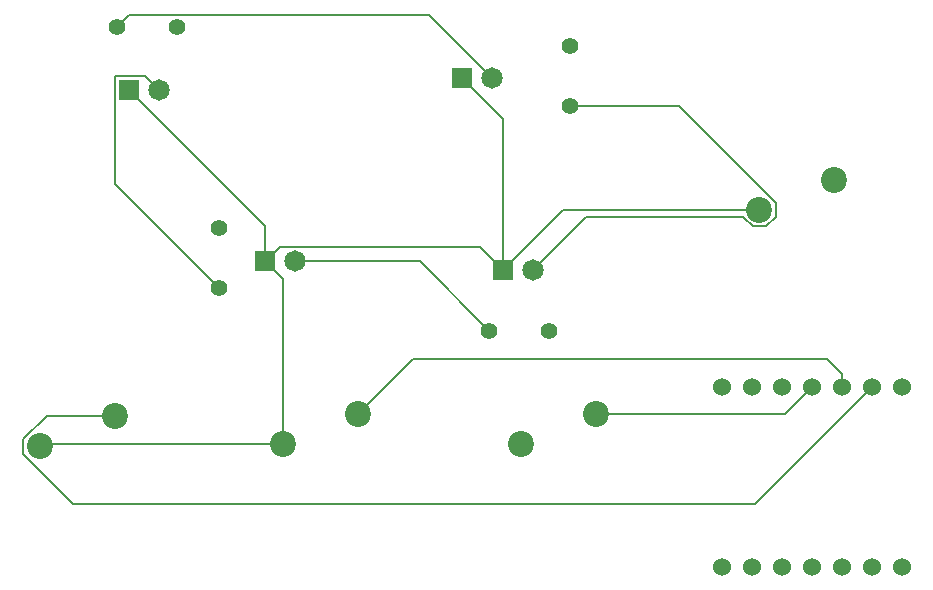
<source format=gbr>
%TF.GenerationSoftware,KiCad,Pcbnew,9.0.2*%
%TF.CreationDate,2025-06-28T19:08:21-05:00*%
%TF.ProjectId,pioneer,70696f6e-6565-4722-9e6b-696361645f70,rev?*%
%TF.SameCoordinates,Original*%
%TF.FileFunction,Copper,L2,Bot*%
%TF.FilePolarity,Positive*%
%FSLAX46Y46*%
G04 Gerber Fmt 4.6, Leading zero omitted, Abs format (unit mm)*
G04 Created by KiCad (PCBNEW 9.0.2) date 2025-06-28 19:08:21*
%MOMM*%
%LPD*%
G01*
G04 APERTURE LIST*
%TA.AperFunction,ComponentPad*%
%ADD10C,1.815000*%
%TD*%
%TA.AperFunction,ComponentPad*%
%ADD11R,1.815000X1.815000*%
%TD*%
%TA.AperFunction,ComponentPad*%
%ADD12C,2.200000*%
%TD*%
%TA.AperFunction,ComponentPad*%
%ADD13C,1.400000*%
%TD*%
%TA.AperFunction,ComponentPad*%
%ADD14C,1.524000*%
%TD*%
%TA.AperFunction,Conductor*%
%ADD15C,0.200000*%
%TD*%
G04 APERTURE END LIST*
D10*
%TO.P,D2,A*%
%TO.N,Net-(D2-PadA)*%
X52200428Y-100240000D03*
D11*
%TO.P,D2,C*%
%TO.N,GND*%
X49660428Y-100240000D03*
%TD*%
D12*
%TO.P,SW4,1,1*%
%TO.N,button4*%
X89190000Y-127700000D03*
%TO.P,SW4,2,2*%
%TO.N,GND*%
X82840000Y-130240000D03*
%TD*%
D13*
%TO.P,R2,1*%
%TO.N,Net-(D1-PadA)*%
X48600000Y-94870000D03*
%TO.P,R2,2*%
%TO.N,LED2*%
X53680000Y-94870000D03*
%TD*%
D10*
%TO.P,D5,A*%
%TO.N,Net-(D5-PadA)*%
X83820428Y-115470000D03*
D11*
%TO.P,D5,C*%
%TO.N,GND*%
X81280428Y-115470000D03*
%TD*%
D13*
%TO.P,R3,1*%
%TO.N,Net-(D2-PadA)*%
X57240000Y-116990000D03*
%TO.P,R3,2*%
%TO.N,LED3*%
X57240000Y-111910000D03*
%TD*%
%TO.P,R1,1*%
%TO.N,Net-(D5-PadA)*%
X86960000Y-101620000D03*
%TO.P,R1,2*%
%TO.N,LED1*%
X86960000Y-96540000D03*
%TD*%
D12*
%TO.P,SW1,1,1*%
%TO.N,button1*%
X109360000Y-107830000D03*
%TO.P,SW1,2,2*%
%TO.N,GND*%
X103010000Y-110370000D03*
%TD*%
%TO.P,SW2,1,1*%
%TO.N,button2*%
X48450000Y-127840000D03*
%TO.P,SW2,2,2*%
%TO.N,GND*%
X42100000Y-130380000D03*
%TD*%
D10*
%TO.P,D1,A*%
%TO.N,Net-(D1-PadA)*%
X80370000Y-99220000D03*
D11*
%TO.P,D1,C*%
%TO.N,GND*%
X77830000Y-99220000D03*
%TD*%
D10*
%TO.P,D3,A*%
%TO.N,Net-(D3-PadA)*%
X63730000Y-114740000D03*
D11*
%TO.P,D3,C*%
%TO.N,GND*%
X61190000Y-114740000D03*
%TD*%
D14*
%TO.P,U1,1,GPIO26/ADC0/A0*%
%TO.N,button1*%
X115090000Y-125380000D03*
%TO.P,U1,2,GPIO27/ADC1/A1*%
%TO.N,button2*%
X112550000Y-125380000D03*
%TO.P,U1,3,GPIO28/ADC2/A2*%
%TO.N,button3*%
X110010000Y-125380000D03*
%TO.P,U1,4,GPIO29/ADC3/A3*%
%TO.N,button4*%
X107470000Y-125380000D03*
%TO.P,U1,5,GPIO6/SDA*%
%TO.N,unconnected-(U1-GPIO6{slash}SDA-Pad5)*%
X104930000Y-125380000D03*
%TO.P,U1,6,GPIO7/SCL*%
%TO.N,unconnected-(U1-GPIO7{slash}SCL-Pad6)*%
X102390000Y-125380000D03*
%TO.P,U1,7,GPIO0/TX*%
%TO.N,unconnected-(U1-GPIO0{slash}TX-Pad7)*%
X99850000Y-125380000D03*
%TO.P,U1,8,GPIO1/RX*%
%TO.N,LED4*%
X99850000Y-140620000D03*
%TO.P,U1,9,GPIO2/SCK*%
%TO.N,LED3*%
X102390000Y-140620000D03*
%TO.P,U1,10,GPIO4/MISO*%
%TO.N,LED2*%
X104930000Y-140620000D03*
%TO.P,U1,11,GPIO3/MOSI*%
%TO.N,LED1*%
X107470000Y-140620000D03*
%TO.P,U1,12,3V3*%
%TO.N,unconnected-(U1-3V3-Pad12)*%
X110010000Y-140620000D03*
%TO.P,U1,13,GND*%
%TO.N,GND*%
X112550000Y-140620000D03*
%TO.P,U1,14,VBUS*%
%TO.N,unconnected-(U1-VBUS-Pad14)*%
X115090000Y-140620000D03*
%TD*%
D13*
%TO.P,R4,1*%
%TO.N,Net-(D3-PadA)*%
X80110000Y-120610000D03*
%TO.P,R4,2*%
%TO.N,LED4*%
X85190000Y-120610000D03*
%TD*%
D12*
%TO.P,SW3,1,1*%
%TO.N,button3*%
X69040000Y-127700000D03*
%TO.P,SW3,2,2*%
%TO.N,GND*%
X62690000Y-130240000D03*
%TD*%
D15*
%TO.N,GND*%
X61190000Y-114740000D02*
X61190000Y-111769572D01*
X62690000Y-116240000D02*
X61190000Y-114740000D01*
X61190000Y-114740000D02*
X62398500Y-113531500D01*
X61190000Y-111769572D02*
X49660428Y-100240000D01*
X62690000Y-130240000D02*
X62690000Y-116240000D01*
X81280428Y-115470000D02*
X86380428Y-110370000D01*
X62398500Y-113531500D02*
X79341928Y-113531500D01*
X42240000Y-130240000D02*
X42100000Y-130380000D01*
X79341928Y-113531500D02*
X81280428Y-115470000D01*
X86380428Y-110370000D02*
X103010000Y-110370000D01*
X81280428Y-102670428D02*
X77830000Y-99220000D01*
X62690000Y-130240000D02*
X42240000Y-130240000D01*
X81280428Y-115470000D02*
X81280428Y-102670428D01*
%TO.N,Net-(D1-PadA)*%
X49601000Y-93869000D02*
X75019000Y-93869000D01*
X75019000Y-93869000D02*
X80370000Y-99220000D01*
X48600000Y-94870000D02*
X49601000Y-93869000D01*
%TO.N,Net-(D2-PadA)*%
X57240000Y-116990000D02*
X48451928Y-108201928D01*
X48451928Y-99031500D02*
X50991928Y-99031500D01*
X48451928Y-108201928D02*
X48451928Y-99031500D01*
X50991928Y-99031500D02*
X52200428Y-100240000D01*
%TO.N,Net-(D3-PadA)*%
X63730000Y-114740000D02*
X74240000Y-114740000D01*
X74240000Y-114740000D02*
X80110000Y-120610000D01*
%TO.N,Net-(D5-PadA)*%
X104411000Y-109789686D02*
X96241314Y-101620000D01*
X101609000Y-110950314D02*
X102429686Y-111771000D01*
X103590314Y-111771000D02*
X104411000Y-110950314D01*
X96241314Y-101620000D02*
X86960000Y-101620000D01*
X83820428Y-115470000D02*
X88340114Y-110950314D01*
X104411000Y-110950314D02*
X104411000Y-109789686D01*
X102429686Y-111771000D02*
X103590314Y-111771000D01*
X88340114Y-110950314D02*
X101609000Y-110950314D01*
%TO.N,button2*%
X44936184Y-135271000D02*
X40699000Y-131033816D01*
X40699000Y-129799686D02*
X42658686Y-127840000D01*
X112550000Y-125380000D02*
X102659000Y-135271000D01*
X102659000Y-135271000D02*
X44936184Y-135271000D01*
X42658686Y-127840000D02*
X48450000Y-127840000D01*
X40699000Y-131033816D02*
X40699000Y-129799686D01*
%TO.N,button3*%
X110010000Y-125380000D02*
X110010000Y-124302370D01*
X108735630Y-123028000D02*
X73712000Y-123028000D01*
X110010000Y-124302370D02*
X108735630Y-123028000D01*
X73712000Y-123028000D02*
X69040000Y-127700000D01*
%TO.N,button4*%
X107470000Y-125380000D02*
X105150000Y-127700000D01*
X105150000Y-127700000D02*
X89190000Y-127700000D01*
%TD*%
M02*

</source>
